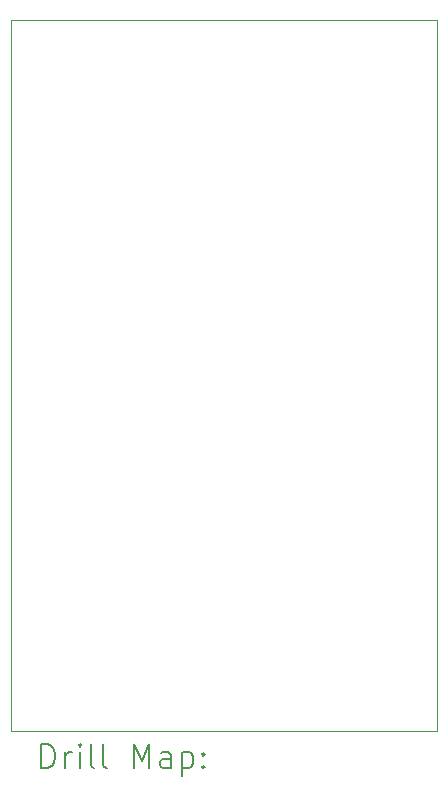
<source format=gbr>
%TF.GenerationSoftware,KiCad,Pcbnew,7.0.6*%
%TF.CreationDate,2024-02-26T11:52:17-05:00*%
%TF.ProjectId,CHESSmate CPU,43484553-536d-4617-9465-204350552e6b,rev?*%
%TF.SameCoordinates,Original*%
%TF.FileFunction,Drillmap*%
%TF.FilePolarity,Positive*%
%FSLAX45Y45*%
G04 Gerber Fmt 4.5, Leading zero omitted, Abs format (unit mm)*
G04 Created by KiCad (PCBNEW 7.0.6) date 2024-02-26 11:52:17*
%MOMM*%
%LPD*%
G01*
G04 APERTURE LIST*
%ADD10C,0.100000*%
%ADD11C,0.200000*%
G04 APERTURE END LIST*
D10*
X10910000Y-5411000D02*
X14513000Y-5411000D01*
X14513000Y-11431000D01*
X10910000Y-11431000D01*
X10910000Y-5411000D01*
D11*
X11165777Y-11747484D02*
X11165777Y-11547484D01*
X11165777Y-11547484D02*
X11213396Y-11547484D01*
X11213396Y-11547484D02*
X11241967Y-11557008D01*
X11241967Y-11557008D02*
X11261015Y-11576055D01*
X11261015Y-11576055D02*
X11270539Y-11595103D01*
X11270539Y-11595103D02*
X11280062Y-11633198D01*
X11280062Y-11633198D02*
X11280062Y-11661769D01*
X11280062Y-11661769D02*
X11270539Y-11699865D01*
X11270539Y-11699865D02*
X11261015Y-11718912D01*
X11261015Y-11718912D02*
X11241967Y-11737960D01*
X11241967Y-11737960D02*
X11213396Y-11747484D01*
X11213396Y-11747484D02*
X11165777Y-11747484D01*
X11365777Y-11747484D02*
X11365777Y-11614150D01*
X11365777Y-11652246D02*
X11375301Y-11633198D01*
X11375301Y-11633198D02*
X11384824Y-11623674D01*
X11384824Y-11623674D02*
X11403872Y-11614150D01*
X11403872Y-11614150D02*
X11422920Y-11614150D01*
X11489586Y-11747484D02*
X11489586Y-11614150D01*
X11489586Y-11547484D02*
X11480062Y-11557008D01*
X11480062Y-11557008D02*
X11489586Y-11566531D01*
X11489586Y-11566531D02*
X11499110Y-11557008D01*
X11499110Y-11557008D02*
X11489586Y-11547484D01*
X11489586Y-11547484D02*
X11489586Y-11566531D01*
X11613396Y-11747484D02*
X11594348Y-11737960D01*
X11594348Y-11737960D02*
X11584824Y-11718912D01*
X11584824Y-11718912D02*
X11584824Y-11547484D01*
X11718158Y-11747484D02*
X11699110Y-11737960D01*
X11699110Y-11737960D02*
X11689586Y-11718912D01*
X11689586Y-11718912D02*
X11689586Y-11547484D01*
X11946729Y-11747484D02*
X11946729Y-11547484D01*
X11946729Y-11547484D02*
X12013396Y-11690341D01*
X12013396Y-11690341D02*
X12080062Y-11547484D01*
X12080062Y-11547484D02*
X12080062Y-11747484D01*
X12261015Y-11747484D02*
X12261015Y-11642722D01*
X12261015Y-11642722D02*
X12251491Y-11623674D01*
X12251491Y-11623674D02*
X12232443Y-11614150D01*
X12232443Y-11614150D02*
X12194348Y-11614150D01*
X12194348Y-11614150D02*
X12175301Y-11623674D01*
X12261015Y-11737960D02*
X12241967Y-11747484D01*
X12241967Y-11747484D02*
X12194348Y-11747484D01*
X12194348Y-11747484D02*
X12175301Y-11737960D01*
X12175301Y-11737960D02*
X12165777Y-11718912D01*
X12165777Y-11718912D02*
X12165777Y-11699865D01*
X12165777Y-11699865D02*
X12175301Y-11680817D01*
X12175301Y-11680817D02*
X12194348Y-11671293D01*
X12194348Y-11671293D02*
X12241967Y-11671293D01*
X12241967Y-11671293D02*
X12261015Y-11661769D01*
X12356253Y-11614150D02*
X12356253Y-11814150D01*
X12356253Y-11623674D02*
X12375301Y-11614150D01*
X12375301Y-11614150D02*
X12413396Y-11614150D01*
X12413396Y-11614150D02*
X12432443Y-11623674D01*
X12432443Y-11623674D02*
X12441967Y-11633198D01*
X12441967Y-11633198D02*
X12451491Y-11652246D01*
X12451491Y-11652246D02*
X12451491Y-11709388D01*
X12451491Y-11709388D02*
X12441967Y-11728436D01*
X12441967Y-11728436D02*
X12432443Y-11737960D01*
X12432443Y-11737960D02*
X12413396Y-11747484D01*
X12413396Y-11747484D02*
X12375301Y-11747484D01*
X12375301Y-11747484D02*
X12356253Y-11737960D01*
X12537205Y-11728436D02*
X12546729Y-11737960D01*
X12546729Y-11737960D02*
X12537205Y-11747484D01*
X12537205Y-11747484D02*
X12527682Y-11737960D01*
X12527682Y-11737960D02*
X12537205Y-11728436D01*
X12537205Y-11728436D02*
X12537205Y-11747484D01*
X12537205Y-11623674D02*
X12546729Y-11633198D01*
X12546729Y-11633198D02*
X12537205Y-11642722D01*
X12537205Y-11642722D02*
X12527682Y-11633198D01*
X12527682Y-11633198D02*
X12537205Y-11623674D01*
X12537205Y-11623674D02*
X12537205Y-11642722D01*
M02*

</source>
